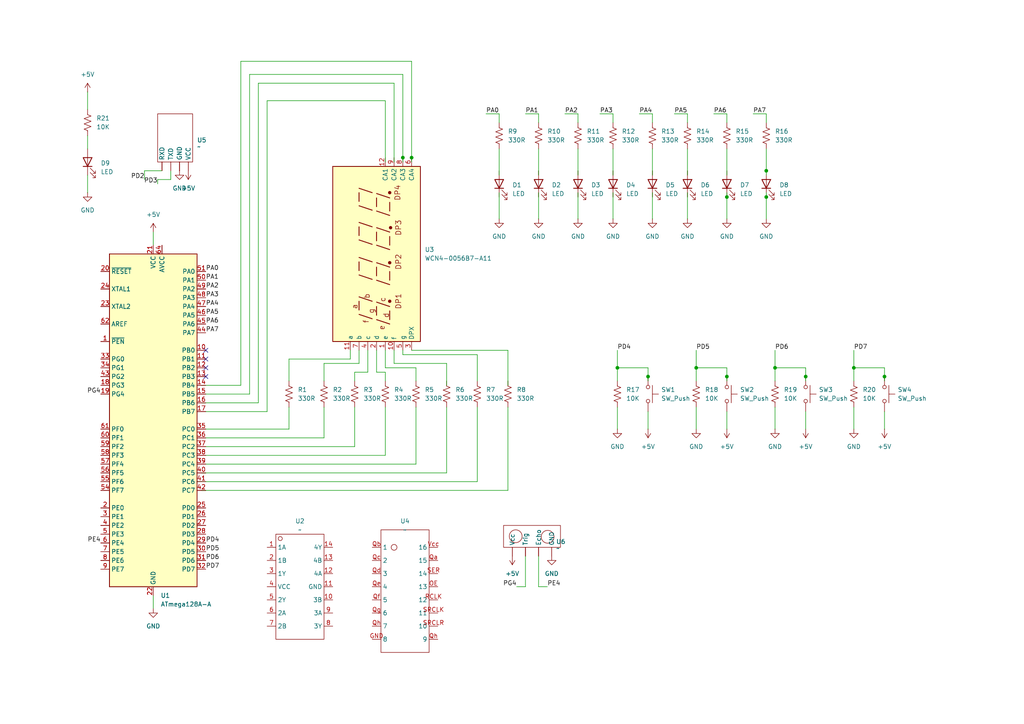
<source format=kicad_sch>
(kicad_sch (version 20250114) (generator "eeschema") (generator_version "9.0")
  (paper "A4")
  (title_block (title "ATmega128A FND_LED_BUTTON Control") (date "2025-3-10") (company "SOO"))
  (lib_symbols
    (symbol "7400_1"
      (property "Reference" "U4" (at 6.985 39.37 0))
      (property "Value" "~" (at 6.985 36.83 0))
      (symbol "7400_1_0_1"
        (rectangle (start 0 36.83) (end 13.97 1.27))
        (circle (center 3.81 31.75) (radius 0.839))
      )
      (symbol "7400_1_1_1"
        (pin tri_state line (at -2.54 31.75 0) (length 2.54) (name "1") (number "Qb"))
        (pin tri_state line (at -2.54 27.94 0) (length 2.54) (name "2") (number "Qc"))
        (pin tri_state line (at -2.54 24.13 0) (length 2.54) (name "3") (number "Qd"))
        (pin tri_state line (at -2.54 20.32 0) (length 2.54) (name "4") (number "Qe"))
        (pin tri_state line (at -2.54 16.51 0) (length 2.54) (name "5") (number "Qf"))
        (pin tri_state line (at -2.54 12.7 0) (length 2.54) (name "6") (number "Qg"))
        (pin tri_state line (at -2.54 8.89 0) (length 2.54) (name "7") (number "Qh"))
        (pin power_in line (at -2.54 5.08 0) (length 2.54) (name "8") (number "GND"))
        (pin power_in line (at 16.51 31.75 180) (length 2.54) (name "16") (number "Vcc"))
        (pin tri_state line (at 16.51 27.94 180) (length 2.54) (name "15") (number "Qa"))
        (pin tri_state line (at 16.51 24.13 180) (length 2.54) (name "14") (number "SER"))
        (pin tri_state line (at 16.51 20.32 180) (length 2.54) (name "13") (number "OE"))
        (pin tri_state line (at 16.51 16.51 180) (length 2.54) (name "12") (number "RCLK"))
        (pin tri_state line (at 16.51 12.7 180) (length 2.54) (name "11") (number "SRCLK"))
        (pin tri_state line (at 16.51 8.89 180) (length 2.54) (name "10") (number "SRCLR"))
        (pin tri_state line (at 16.51 5.08 180) (length 2.54) (name "9") (number "Qh"))
      )
    )
    (symbol "Device:LED" (pin_numbers (hide yes)) (pin_names (offset 1.016) (hide yes))
      (property "Reference" "D" (at 0 2.54 0))
      (property "Value" "LED" (at 0 -2.54 0))
      (symbol "LED_0_1"
        (polyline (pts (xy -3.048 -0.762) (xy -4.572 -2.286) (xy -3.81 -2.286) (xy -4.572 -2.286) (xy -4.572 -1.524)))
        (polyline (pts (xy -1.778 -0.762) (xy -3.302 -2.286) (xy -2.54 -2.286) (xy -3.302 -2.286) (xy -3.302 -1.524)))
        (polyline (pts (xy -1.27 0) (xy 1.27 0)))
        (polyline (pts (xy -1.27 -1.27) (xy -1.27 1.27)) (stroke (width 0.254)))
        (polyline (pts (xy 1.27 -1.27) (xy 1.27 1.27) (xy -1.27 0) (xy 1.27 -1.27)) (stroke (width 0.254)))
      )
      (symbol "LED_1_1"
        (pin passive line (at -3.81 0 0) (length 2.54) (name "K") (number "1"))
        (pin passive line (at 3.81 0 180) (length 2.54) (name "A") (number "2"))
      )
    )
    (symbol "Device:R_US" (pin_numbers (hide yes)) (pin_names (offset 0))
      (property "Reference" "R" (at 2.54 0 90))
      (property "Value" "R_US" (at -2.54 0 90))
      (symbol "R_US_0_1"
        (polyline (pts (xy 0 2.286) (xy 0 2.54)))
        (polyline (pts (xy 0 2.286) (xy 1.016 1.905) (xy 0 1.524) (xy -1.016 1.143) (xy 0 0.762)))
        (polyline (pts (xy 0 0.762) (xy 1.016 0.381) (xy 0 0) (xy -1.016 -0.381) (xy 0 -0.762)))
        (polyline (pts (xy 0 -0.762) (xy 1.016 -1.143) (xy 0 -1.524) (xy -1.016 -1.905) (xy 0 -2.286)))
        (polyline (pts (xy 0 -2.286) (xy 0 -2.54)))
      )
      (symbol "R_US_1_1"
        (pin passive line (at 0 3.81 270) (length 1.27) (name "~") (number "1"))
        (pin passive line (at 0 -3.81 90) (length 1.27) (name "~") (number "2"))
      )
    )
    (symbol "Display_Character:CA56-12CGKWA"
      (property "Reference" "U" (at -24.13 13.97 0))
      (property "Value" "CA56-12CGKWA" (at 17.78 13.97 0))
      (symbol "CA56-12CGKWA_0_0"
        (rectangle (start -25.4 12.7) (end 25.4 -12.7) (stroke (width 0.254)) (fill (type background)))
        (polyline (pts (xy -20.32 -3.81) (xy -19.05 0)) (stroke (width 0.254)))
        (polyline (pts (xy -19.05 -3.81) (xy -16.51 -3.81)) (stroke (width 0.254)))
        (polyline (pts (xy -18.796 1.27) (xy -17.526 5.08)) (stroke (width 0.254)))
        (polyline (pts (xy -17.78 0) (xy -15.24 0)) (stroke (width 0.254)))
        (polyline (pts (xy -16.256 5.08) (xy -13.716 5.08)) (stroke (width 0.254)))
        (polyline (pts (xy -15.24 -3.81) (xy -13.97 0)) (stroke (width 0.254)))
        (polyline (pts (xy -13.716 1.27) (xy -12.446 5.08)) (stroke (width 0.254)))
        (polyline (pts (xy -8.89 -3.81) (xy -7.62 0)) (stroke (width 0.254)))
        (polyline (pts (xy -7.62 -3.81) (xy -5.08 -3.81)) (stroke (width 0.254)))
        (polyline (pts (xy -7.366 1.27) (xy -6.096 5.08)) (stroke (width 0.254)))
        (polyline (pts (xy -6.35 0) (xy -3.81 0)) (stroke (width 0.254)))
        (polyline (pts (xy -4.826 5.08) (xy -2.286 5.08)) (stroke (width 0.254)))
        (polyline (pts (xy -3.81 -3.81) (xy -2.54 0)) (stroke (width 0.254)))
        (polyline (pts (xy -2.286 1.27) (xy -1.016 5.08)) (stroke (width 0.254)))
        (polyline (pts (xy 1.27 -3.81) (xy 2.54 0)) (stroke (width 0.254)))
        (polyline (pts (xy 2.54 -3.81) (xy 5.08 -3.81)) (stroke (width 0.254)))
        (polyline (pts (xy 2.794 1.27) (xy 4.064 5.08)) (stroke (width 0.254)))
        (polyline (pts (xy 3.81 0) (xy 6.35 0)) (stroke (width 0.254)))
        (polyline (pts (xy 5.334 5.08) (xy 7.874 5.08)) (stroke (width 0.254)))
        (polyline (pts (xy 6.35 -3.81) (xy 7.62 0)) (stroke (width 0.254)))
        (polyline (pts (xy 7.874 1.27) (xy 9.144 5.08)) (stroke (width 0.254)))
        (polyline (pts (xy 11.176 -3.81) (xy 12.446 0)) (stroke (width 0.254)))
        (polyline (pts (xy 12.446 -3.81) (xy 14.986 -3.81)) (stroke (width 0.254)))
        (polyline (pts (xy 12.7 1.27) (xy 13.97 5.08)) (stroke (width 0.254)))
        (polyline (pts (xy 13.716 0) (xy 16.256 0)) (stroke (width 0.254)))
        (polyline (pts (xy 15.24 5.08) (xy 17.78 5.08)) (stroke (width 0.254)))
        (polyline (pts (xy 16.256 -3.81) (xy 17.526 0)) (stroke (width 0.254)))
        (polyline (pts (xy 17.78 1.27) (xy 19.05 5.08)) (stroke (width 0.254)))
        (text "e" (at -21.336 -1.524 0) (effects (font (size 1.524 1.524))))
        (text "f" (at -19.558 3.048 0) (effects (font (size 1.524 1.524))))
        (text "d" (at -17.78 -2.794 0) (effects (font (size 1.524 1.524))))
        (text "g" (at -16.51 1.524 0) (effects (font (size 1.524 1.524))))
        (text "a" (at -15.24 6.35 0) (effects (font (size 1.524 1.524))))
        (text "DP1" (at -13.716 -6.35 0) (effects (font (size 1.524 1.524))))
        (text "c" (at -13.208 -1.778 0) (effects (font (size 1.524 1.524))))
        (text "b" (at -12.192 2.794 0) (effects (font (size 1.524 1.524))))
        (text "DP2" (at -2.286 -6.35 0) (effects (font (size 1.524 1.524))))
        (text "DP3" (at 7.62 -6.35 0) (effects (font (size 1.524 1.524))))
        (text "DP4" (at 17.78 -6.096 0) (effects (font (size 1.524 1.524))))
      )
      (symbol "CA56-12CGKWA_0_1"
        (circle (center -13.716 -3.81) (radius 0.3556) (stroke (width 0.254)) (fill (type outline)))
        (circle (center -2.54 -3.81) (radius 0.3556) (stroke (width 0.254)) (fill (type outline)))
      )
      (symbol "CA56-12CGKWA_1_0"
        (circle (center 7.62 -4.064) (radius 0.3556) (stroke (width 0.254)) (fill (type outline)))
        (circle (center 17.78 -3.81) (radius 0.3556) (stroke (width 0.254)) (fill (type outline)))
      )
      (symbol "CA56-12CGKWA_1_1"
        (pin input line (at -27.94 7.62 0) (length 2.54) (name "a") (number "11"))
        (pin input line (at -27.94 5.08 0) (length 2.54) (name "b") (number "7"))
        (pin input line (at -27.94 2.54 0) (length 2.54) (name "c") (number "4"))
        (pin input line (at -27.94 0 0) (length 2.54) (name "d") (number "2"))
        (pin input line (at -27.94 -2.54 0) (length 2.54) (name "e") (number "1"))
        (pin input line (at -27.94 -5.08 0) (length 2.54) (name "f") (number "10"))
        (pin input line (at -27.94 -7.62 0) (length 2.54) (name "g") (number "5"))
        (pin input line (at -27.94 -10.16 0) (length 2.54) (name "DPX") (number "3"))
        (pin input line (at 27.94 -2.54 180) (length 2.54) (name "CA1") (number "12"))
        (pin input line (at 27.94 -5.08 180) (length 2.54) (name "CA2") (number "9"))
        (pin input line (at 27.94 -7.62 180) (length 2.54) (name "CA3") (number "8"))
        (pin input line (at 27.94 -10.16 180) (length 2.54) (name "CA4") (number "6"))
      )
    )
    (symbol "MCU_Microchip_ATmega:ATmega128A-A"
      (property "Reference" "U" (at -12.7 49.53 0))
      (property "Value" "ATmega128A-A" (at 2.54 -49.53 0))
      (symbol "ATmega128A-A_0_1"
        (rectangle (start -12.7 -48.26) (end 12.7 48.26) (stroke (width 0.254)) (fill (type background)))
      )
      (symbol "ATmega128A-A_1_1"
        (pin input line (at -15.24 43.18 0) (length 2.54) (name "~{RESET}") (number "20"))
        (pin input line (at -15.24 38.1 0) (length 2.54) (name "XTAL1") (number "24"))
        (pin output line (at -15.24 33.02 0) (length 2.54) (name "XTAL2") (number "23"))
        (pin passive line (at -15.24 27.94 0) (length 2.54) (name "AREF") (number "62"))
        (pin input line (at -15.24 22.86 0) (length 2.54) (name "~{PEN}") (number "1"))
        (pin bidirectional line (at -15.24 17.78 0) (length 2.54) (name "PG0") (number "33"))
        (pin bidirectional line (at -15.24 15.24 0) (length 2.54) (name "PG1") (number "34"))
        (pin bidirectional line (at -15.24 12.7 0) (length 2.54) (name "PG2") (number "43"))
        (pin bidirectional line (at -15.24 10.16 0) (length 2.54) (name "PG3") (number "18"))
        (pin bidirectional line (at -15.24 7.62 0) (length 2.54) (name "PG4") (number "19"))
        (pin bidirectional line (at -15.24 -2.54 0) (length 2.54) (name "PF0") (number "61"))
        (pin bidirectional line (at -15.24 -5.08 0) (length 2.54) (name "PF1") (number "60"))
        (pin bidirectional line (at -15.24 -7.62 0) (length 2.54) (name "PF2") (number "59"))
        (pin bidirectional line (at -15.24 -10.16 0) (length 2.54) (name "PF3") (number "58"))
        (pin bidirectional line (at -15.24 -12.7 0) (length 2.54) (name "PF4") (number "57"))
        (pin bidirectional line (at -15.24 -15.24 0) (length 2.54) (name "PF5") (number "56"))
        (pin bidirectional line (at -15.24 -17.78 0) (length 2.54) (name "PF6") (number "55"))
        (pin bidirectional line (at -15.24 -20.32 0) (length 2.54) (name "PF7") (number "54"))
        (pin bidirectional line (at -15.24 -25.4 0) (length 2.54) (name "PE0") (number "2"))
        (pin bidirectional line (at -15.24 -27.94 0) (length 2.54) (name "PE1") (number "3"))
        (pin bidirectional line (at -15.24 -30.48 0) (length 2.54) (name "PE2") (number "4"))
        (pin bidirectional line (at -15.24 -33.02 0) (length 2.54) (name "PE3") (number "5"))
        (pin bidirectional line (at -15.24 -35.56 0) (length 2.54) (name "PE4") (number "6"))
        (pin bidirectional line (at -15.24 -38.1 0) (length 2.54) (name "PE5") (number "7"))
        (pin bidirectional line (at -15.24 -40.64 0) (length 2.54) (name "PE6") (number "8"))
        (pin bidirectional line (at -15.24 -43.18 0) (length 2.54) (name "PE7") (number "9"))
        (pin power_in line (at 0 50.8 270) (length 2.54) (name "VCC") (number "21"))
        (pin passive line (at 0 50.8 270) (length 2.54) (hide yes) (name "VCC") (number "52"))
        (pin power_in line (at 0 -50.8 90) (length 2.54) (name "GND") (number "22"))
        (pin passive line (at 0 -50.8 90) (length 2.54) (hide yes) (name "GND") (number "53"))
        (pin passive line (at 0 -50.8 90) (length 2.54) (hide yes) (name "GND") (number "63"))
        (pin power_in line (at 2.54 50.8 270) (length 2.54) (name "AVCC") (number "64"))
        (pin bidirectional line (at 15.24 43.18 180) (length 2.54) (name "PA0") (number "51"))
        (pin bidirectional line (at 15.24 40.64 180) (length 2.54) (name "PA1") (number "50"))
        (pin bidirectional line (at 15.24 38.1 180) (length 2.54) (name "PA2") (number "49"))
        (pin bidirectional line (at 15.24 35.56 180) (length 2.54) (name "PA3") (number "48"))
        (pin bidirectional line (at 15.24 33.02 180) (length 2.54) (name "PA4") (number "47"))
        (pin bidirectional line (at 15.24 30.48 180) (length 2.54) (name "PA5") (number "46"))
        (pin bidirectional line (at 15.24 27.94 180) (length 2.54) (name "PA6") (number "45"))
        (pin bidirectional line (at 15.24 25.4 180) (length 2.54) (name "PA7") (number "44"))
        (pin bidirectional line (at 15.24 20.32 180) (length 2.54) (name "PB0") (number "10"))
        (pin bidirectional line (at 15.24 17.78 180) (length 2.54) (name "PB1") (number "11"))
        (pin bidirectional line (at 15.24 15.24 180) (length 2.54) (name "PB2") (number "12"))
        (pin bidirectional line (at 15.24 12.7 180) (length 2.54) (name "PB3") (number "13"))
        (pin bidirectional line (at 15.24 10.16 180) (length 2.54) (name "PB4") (number "14"))
        (pin bidirectional line (at 15.24 7.62 180) (length 2.54) (name "PB5") (number "15"))
        (pin bidirectional line (at 15.24 5.08 180) (length 2.54) (name "PB6") (number "16"))
        (pin bidirectional line (at 15.24 2.54 180) (length 2.54) (name "PB7") (number "17"))
        (pin bidirectional line (at 15.24 -2.54 180) (length 2.54) (name "PC0") (number "35"))
        (pin bidirectional line (at 15.24 -5.08 180) (length 2.54) (name "PC1") (number "36"))
        (pin bidirectional line (at 15.24 -7.62 180) (length 2.54) (name "PC2") (number "37"))
        (pin bidirectional line (at 15.24 -10.16 180) (length 2.54) (name "PC3") (number "38"))
        (pin bidirectional line (at 15.24 -12.7 180) (length 2.54) (name "PC4") (number "39"))
        (pin bidirectional line (at 15.24 -15.24 180) (length 2.54) (name "PC5") (number "40"))
        (pin bidirectional line (at 15.24 -17.78 180) (length 2.54) (name "PC6") (number "41"))
        (pin bidirectional line (at 15.24 -20.32 180) (length 2.54) (name "PC7") (number "42"))
        (pin bidirectional line (at 15.24 -25.4 180) (length 2.54) (name "PD0") (number "25"))
        (pin bidirectional line (at 15.24 -27.94 180) (length 2.54) (name "PD1") (number "26"))
        (pin bidirectional line (at 15.24 -30.48 180) (length 2.54) (name "PD2") (number "27"))
        (pin bidirectional line (at 15.24 -33.02 180) (length 2.54) (name "PD3") (number "28"))
        (pin bidirectional line (at 15.24 -35.56 180) (length 2.54) (name "PD4") (number "29"))
        (pin bidirectional line (at 15.24 -38.1 180) (length 2.54) (name "PD5") (number "30"))
        (pin bidirectional line (at 15.24 -40.64 180) (length 2.54) (name "PD6") (number "31"))
        (pin bidirectional line (at 15.24 -43.18 180) (length 2.54) (name "PD7") (number "32"))
      )
    )
    (symbol "MY_New_Library.kicad2_sym:Bluetooth"
      (property "Reference" "U5" (at 12.7 13.9701 0))
      (property "Value" "~" (at 12.7 12.065 0))
      (symbol "Bluetooth_0_1"
        (rectangle (start 1.27 21.59) (end 11.43 7.62))
      )
      (symbol "Bluetooth_1_1"
        (pin tri_state line (at 2.54 5.08 90) (length 2.54) (name "RXD") (number ""))
        (pin tri_state line (at 5.08 5.08 90) (length 2.54) (name "TXD") (number ""))
        (pin power_in line (at 7.62 5.08 90) (length 2.54) (name "GND") (number ""))
        (pin power_in line (at 10.16 5.08 90) (length 2.54) (name "VCC") (number ""))
      )
    )
    (symbol "MY_New_Library.kicad2_sym:Ultrasonic_HC-SR04"
      (property "Reference" "U6" (at 13.97 7.9868 0))
      (property "Value" "~" (at 13.97 6.0817 0))
      (symbol "Ultrasonic_HC-SR04_0_1"
        (rectangle (start -1.27 12.7) (end 15.24 6.35))
        (circle (center 2.2531 9.5713) (radius 1.8576))
        (circle (center 11.5168 9.4128) (radius 1.8576))
      )
      (symbol "Ultrasonic_HC-SR04_1_1"
        (pin power_in line (at 1.27 3.81 90) (length 2.54) (name "Vcc") (number ""))
        (pin tri_state line (at 5.08 3.81 90) (length 2.54) (name "Trig") (number ""))
        (pin tri_state line (at 8.89 3.81 90) (length 2.54) (name "Echo") (number ""))
        (pin power_in line (at 12.7 3.81 90) (length 2.54) (name "GND") (number ""))
      )
    )
    (symbol "MY_New_Library:7400"
      (property "Reference" "U" (at -13.97 34.29 0))
      (symbol "7400_0_1"
        (rectangle (start 0 35.56) (end 13.97 5.08))
        (circle (center 1.27 34.29) (radius 0.5861))
      )
      (symbol "7400_1_1"
        (pin tri_state line (at -2.54 31.75 0) (length 2.54) (name "1A") (number "1"))
        (pin tri_state line (at -2.54 27.94 0) (length 2.54) (name "1B") (number "2"))
        (pin tri_state line (at -2.54 24.13 0) (length 2.54) (name "1Y") (number "3"))
        (pin power_in line (at -2.54 20.32 0) (length 2.54) (name "VCC") (number "4"))
        (pin tri_state line (at -2.54 16.51 0) (length 2.54) (name "2Y") (number "5"))
        (pin tri_state line (at -2.54 12.7 0) (length 2.54) (name "2A") (number "6"))
        (pin tri_state line (at -2.54 8.89 0) (length 2.54) (name "2B") (number "7"))
        (pin tri_state line (at 16.51 31.75 180) (length 2.54) (name "4Y") (number "14"))
        (pin tri_state line (at 16.51 27.94 180) (length 2.54) (name "4B") (number "13"))
        (pin tri_state line (at 16.51 24.13 180) (length 2.54) (name "4A") (number "12"))
        (pin power_in line (at 16.51 20.32 180) (length 2.54) (name "GND") (number "11"))
        (pin tri_state line (at 16.51 16.51 180) (length 2.54) (name "3B") (number "10"))
        (pin tri_state line (at 16.51 12.7 180) (length 2.54) (name "3A") (number "9"))
        (pin tri_state line (at 16.51 8.89 180) (length 2.54) (name "3Y") (number "8"))
      )
    )
    (symbol "Switch:SW_Push" (pin_numbers (hide yes)) (pin_names (offset 1.016) (hide yes))
      (property "Reference" "SW" (at 1.27 2.54 0))
      (property "Value" "SW_Push" (at 0 -1.524 0))
      (symbol "SW_Push_0_1"
        (circle (center -2.032 0) (radius 0.508))
        (polyline (pts (xy 0 1.27) (xy 0 3.048)))
        (circle (center 2.032 0) (radius 0.508))
        (polyline (pts (xy 2.54 1.27) (xy -2.54 1.27)))
        (pin passive line (at -5.08 0 0) (length 2.54) (name "1") (number "1"))
        (pin passive line (at 5.08 0 180) (length 2.54) (name "2") (number "2"))
      )
    )
    (symbol "power:+5V" (power) (pin_numbers (hide yes)) (pin_names (offset 0) (hide yes))
      (property "Value" "+5V" (at 0 3.556 0))
      (symbol "+5V_0_1"
        (polyline (pts (xy -0.762 1.27) (xy 0 2.54)))
        (polyline (pts (xy 0 2.54) (xy 0.762 1.27)))
        (polyline (pts (xy 0 0) (xy 0 2.54)))
      )
      (symbol "+5V_1_1"
        (pin power_in line (at 0 0 90) (length 0) (name "~") (number "1"))
      )
    )
    (symbol "power:GND" (power) (pin_numbers (hide yes)) (pin_names (offset 0) (hide yes))
      (property "Value" "GND" (at 0 -3.81 0))
      (symbol "GND_0_1"
        (polyline (pts (xy 0 0) (xy 0 -1.27) (xy 1.27 -1.27) (xy 0 -2.54) (xy -1.27 -1.27) (xy 0 -1.27)))
      )
      (symbol "GND_1_1"
        (pin power_in line (at 0 0 270) (length 0) (name "~") (number "1"))
      )
    )
  )
  (junction (at 116.84 45.72))
  (junction (at 222.25 57.15))
  (junction (at 179.07 106.68))
  (junction (at 119.38 45.72))
  (junction (at 224.79 106.68))
  (junction (at 210.82 57.15))
  (junction (at 256.54 109.22))
  (junction (at 233.68 109.22))
  (junction (at 210.82 109.22))
  (junction (at 222.25 49.53))
  (junction (at 247.65 106.68))
  (junction (at 187.96 109.22))
  (junction (at 201.93 106.68))
  (no_connect (at 59.69 104.14))
  (no_connect (at 59.69 101.6))
  (no_connect (at 59.69 106.68))
  (no_connect (at 59.69 109.22))
  (wire (pts (xy 109.22 107.95) (xy 111.76 107.95)))
  (wire (pts (xy 210.82 119.38) (xy 210.82 124.46)))
  (wire (pts (xy 77.47 119.38) (xy 77.47 29.21)))
  (wire (pts (xy 102.87 118.11) (xy 102.87 129.54)))
  (wire (pts (xy 233.68 119.38) (xy 233.68 124.46)))
  (wire (pts (xy 111.76 29.21) (xy 111.76 46.99)))
  (wire (pts (xy 189.23 43.18) (xy 189.23 50.8)))
  (wire (pts (xy 44.45 172.72) (xy 44.45 176.53)))
  (wire (pts (xy 74.93 24.13) (xy 114.3 24.13)))
  (wire (pts (xy 59.69 114.3) (xy 72.39 114.3)))
  (wire (pts (xy 57.15 139.7) (xy 138.43 139.7)))
  (wire (pts (xy 201.93 101.6) (xy 201.93 106.68)))
  (wire (pts (xy 77.47 29.21) (xy 111.76 29.21)))
  (wire (pts (xy 201.93 106.68) (xy 210.82 106.68)))
  (wire (pts (xy 129.54 105.41) (xy 129.54 111.76)))
  (wire (pts (xy 222.25 49.53) (xy 222.25 50.8)))
  (wire (pts (xy 187.96 106.68) (xy 187.96 109.22)))
  (wire (pts (xy 116.84 101.6) (xy 116.84 102.87)))
  (wire (pts (xy 41.91 49.53) (xy 41.91 52.07)))
  (wire (pts (xy 187.96 119.38) (xy 187.96 124.46)))
  (wire (pts (xy 163.83 33.02) (xy 167.64 33.02)))
  (wire (pts (xy 177.8 55.88) (xy 177.8 63.5)))
  (wire (pts (xy 45.72 52.07) (xy 45.72 53.34)))
  (wire (pts (xy 114.3 105.41) (xy 129.54 105.41)))
  (wire (pts (xy 138.43 139.7) (xy 138.43 118.11)))
  (wire (pts (xy 119.38 45.72) (xy 119.38 46.99)))
  (wire (pts (xy 199.39 55.88) (xy 199.39 63.5)))
  (wire (pts (xy 167.64 43.18) (xy 167.64 50.8)))
  (wire (pts (xy 25.4 39.37) (xy 25.4 43.18)))
  (wire (pts (xy 256.54 106.68) (xy 256.54 109.22)))
  (wire (pts (xy 189.23 55.88) (xy 189.23 63.5)))
  (wire (pts (xy 116.84 102.87) (xy 138.43 102.87)))
  (wire (pts (xy 199.39 43.18) (xy 199.39 50.8)))
  (wire (pts (xy 224.79 106.68) (xy 224.79 110.49)))
  (wire (pts (xy 152.4 161.29) (xy 152.4 170.18)))
  (wire (pts (xy 224.79 106.68) (xy 233.68 106.68)))
  (wire (pts (xy 173.99 33.02) (xy 177.8 33.02)))
  (wire (pts (xy 25.4 26.67) (xy 25.4 31.75)))
  (wire (pts (xy 177.8 43.18) (xy 177.8 50.8)))
  (wire (pts (xy 58.42 137.16) (xy 129.54 137.16)))
  (wire (pts (xy 185.42 33.02) (xy 189.23 33.02)))
  (wire (pts (xy 111.76 106.68) (xy 120.65 106.68)))
  (wire (pts (xy 247.65 106.68) (xy 256.54 106.68)))
  (wire (pts (xy 210.82 109.22) (xy 210.82 110.49)))
  (wire (pts (xy 120.65 106.68) (xy 120.65 110.49)))
  (wire (pts (xy 156.21 43.18) (xy 156.21 50.8)))
  (wire (pts (xy 49.53 49.53) (xy 49.53 52.07)))
  (wire (pts (xy 222.25 33.02) (xy 222.25 35.56)))
  (wire (pts (xy 179.07 101.6) (xy 179.07 106.68)))
  (wire (pts (xy 177.8 33.02) (xy 177.8 35.56)))
  (wire (pts (xy 46.99 49.53) (xy 41.91 49.53)))
  (wire (pts (xy 106.68 101.6) (xy 106.68 107.95)))
  (wire (pts (xy 167.64 55.88) (xy 167.64 63.5)))
  (wire (pts (xy 109.22 101.6) (xy 109.22 107.95)))
  (wire (pts (xy 222.25 55.88) (xy 222.25 57.15)))
  (wire (pts (xy 101.6 104.14) (xy 83.82 104.14)))
  (wire (pts (xy 102.87 107.95) (xy 102.87 110.49)))
  (wire (pts (xy 138.43 102.87) (xy 138.43 110.49)))
  (wire (pts (xy 233.68 109.22) (xy 233.68 110.49)))
  (wire (pts (xy 69.85 111.76) (xy 69.85 17.78)))
  (wire (pts (xy 224.79 101.6) (xy 224.79 106.68)))
  (wire (pts (xy 233.68 106.68) (xy 233.68 109.22)))
  (wire (pts (xy 116.84 21.59) (xy 116.84 45.72)))
  (wire (pts (xy 72.39 114.3) (xy 72.39 21.59)))
  (wire (pts (xy 59.69 129.54) (xy 102.87 129.54)))
  (wire (pts (xy 210.82 57.15) (xy 210.82 63.5)))
  (wire (pts (xy 111.76 107.95) (xy 111.76 110.49)))
  (wire (pts (xy 147.32 142.24) (xy 147.32 118.11)))
  (wire (pts (xy 25.4 50.8) (xy 25.4 55.88)))
  (wire (pts (xy 59.69 127) (xy 93.98 127)))
  (wire (pts (xy 179.07 106.68) (xy 179.07 110.49)))
  (wire (pts (xy 210.82 55.88) (xy 210.82 57.15)))
  (wire (pts (xy 156.21 55.88) (xy 156.21 63.5)))
  (wire (pts (xy 83.82 118.11) (xy 83.82 124.46)))
  (wire (pts (xy 120.65 118.11) (xy 120.65 134.62)))
  (wire (pts (xy 49.53 52.07) (xy 45.72 52.07)))
  (wire (pts (xy 59.69 124.46) (xy 83.82 124.46)))
  (wire (pts (xy 144.78 33.02) (xy 144.78 35.56)))
  (wire (pts (xy 210.82 43.18) (xy 210.82 50.8)))
  (wire (pts (xy 207.01 33.02) (xy 210.82 33.02)))
  (wire (pts (xy 93.98 105.41) (xy 93.98 110.49)))
  (wire (pts (xy 59.69 119.38) (xy 77.47 119.38)))
  (wire (pts (xy 69.85 17.78) (xy 119.38 17.78)))
  (wire (pts (xy 58.42 116.84) (xy 74.93 116.84)))
  (wire (pts (xy 74.93 116.84) (xy 74.93 24.13)))
  (wire (pts (xy 256.54 119.38) (xy 256.54 124.46)))
  (wire (pts (xy 179.07 118.11) (xy 179.07 124.46)))
  (wire (pts (xy 101.6 101.6) (xy 101.6 104.14)))
  (wire (pts (xy 195.58 33.02) (xy 199.39 33.02)))
  (wire (pts (xy 149.86 170.18) (xy 152.4 170.18)))
  (wire (pts (xy 111.76 101.6) (xy 111.76 106.68)))
  (wire (pts (xy 72.39 21.59) (xy 116.84 21.59)))
  (wire (pts (xy 114.3 24.13) (xy 114.3 46.99)))
  (wire (pts (xy 114.3 101.6) (xy 114.3 105.41)))
  (wire (pts (xy 247.65 101.6) (xy 247.65 106.68)))
  (wire (pts (xy 247.65 106.68) (xy 247.65 110.49)))
  (wire (pts (xy 93.98 118.11) (xy 93.98 127)))
  (wire (pts (xy 187.96 109.22) (xy 187.96 110.49)))
  (wire (pts (xy 129.54 118.11) (xy 129.54 137.16)))
  (wire (pts (xy 222.25 43.18) (xy 222.25 49.53)))
  (wire (pts (xy 140.97 33.02) (xy 144.78 33.02)))
  (wire (pts (xy 58.42 142.24) (xy 147.32 142.24)))
  (wire (pts (xy 167.64 33.02) (xy 167.64 35.56)))
  (wire (pts (xy 222.25 57.15) (xy 222.25 63.5)))
  (wire (pts (xy 144.78 55.88) (xy 144.78 63.5)))
  (wire (pts (xy 58.42 111.76) (xy 69.85 111.76)))
  (wire (pts (xy 247.65 118.11) (xy 247.65 124.46)))
  (wire (pts (xy 179.07 106.68) (xy 187.96 106.68)))
  (wire (pts (xy 106.68 107.95) (xy 102.87 107.95)))
  (wire (pts (xy 119.38 101.6) (xy 147.32 101.6)))
  (wire (pts (xy 201.93 106.68) (xy 201.93 110.49)))
  (wire (pts (xy 59.69 132.08) (xy 111.76 132.08)))
  (wire (pts (xy 256.54 109.22) (xy 256.54 110.49)))
  (wire (pts (xy 199.39 33.02) (xy 199.39 35.56)))
  (wire (pts (xy 156.21 33.02) (xy 156.21 35.56)))
  (wire (pts (xy 59.69 134.62) (xy 120.65 134.62)))
  (wire (pts (xy 152.4 33.02) (xy 156.21 33.02)))
  (wire (pts (xy 144.78 43.18) (xy 144.78 50.8)))
  (wire (pts (xy 147.32 101.6) (xy 147.32 111.76)))
  (wire (pts (xy 83.82 104.14) (xy 83.82 110.49)))
  (wire (pts (xy 210.82 106.68) (xy 210.82 109.22)))
  (wire (pts (xy 156.21 161.29) (xy 156.21 170.18)))
  (wire (pts (xy 156.21 170.18) (xy 158.75 170.18)))
  (wire (pts (xy 224.79 118.11) (xy 224.79 124.46)))
  (wire (pts (xy 201.93 118.11) (xy 201.93 124.46)))
  (wire (pts (xy 218.44 33.02) (xy 222.25 33.02)))
  (wire (pts (xy 104.14 101.6) (xy 104.14 105.41)))
  (wire (pts (xy 119.38 17.78) (xy 119.38 45.72)))
  (wire (pts (xy 116.84 45.72) (xy 116.84 46.99)))
  (wire (pts (xy 44.45 67.31) (xy 44.45 71.12)))
  (wire (pts (xy 210.82 33.02) (xy 210.82 35.56)))
  (wire (pts (xy 189.23 33.02) (xy 189.23 35.56)))
  (wire (pts (xy 111.76 118.11) (xy 111.76 132.08)))
  (wire (pts (xy 104.14 105.41) (xy 93.98 105.41)))
  (label "PA3" (at 59.69 86.36 0))
  (label "PA6" (at 207.01 33.02 0))
  (label "PE4" (at 158.75 170.18 0))
  (label "PA3" (at 173.99 33.02 0))
  (label "PA6" (at 59.69 93.98 0))
  (label "PD7" (at 247.65 101.6 0))
  (label "PA0" (at 140.97 33.02 0))
  (label "PD6" (at 59.69 162.56 0))
  (label "PA1" (at 152.4 33.02 0))
  (label "PG4" (at 149.86 170.18 180))
  (label "PD4" (at 179.07 101.6 0))
  (label "PD4" (at 59.69 157.48 0))
  (label "PA7" (at 218.44 33.02 0))
  (label "PD5" (at 201.93 101.6 0))
  (label "PA0" (at 59.69 78.74 0))
  (label "PA4" (at 59.69 88.9 0))
  (label "PE4" (at 29.21 157.48 180))
  (label "PA2" (at 163.83 33.02 0))
  (label "PD7" (at 59.69 165.1 0))
  (label "PA2" (at 59.69 83.82 0))
  (label "PD5" (at 59.69 160.02 0))
  (label "PA4" (at 185.42 33.02 0))
  (label "PA7" (at 59.69 96.52 0))
  (label "PG4" (at 29.21 114.3 180))
  (label "PA5" (at 195.58 33.02 0))
  (label "PA5" (at 59.69 91.44 0))
  (label "PA1" (at 59.69 81.28 0))
  (label "PD3" (at 45.72 53.34 180))
  (label "PD2" (at 41.91 52.07 180))
  (label "PD6" (at 224.79 101.6 0))
  (symbol (lib_id "MY_New_Library:7400") (at 80.01 190.5 0) (unit 1)
    (property "Reference" "U2" (at 86.995 151.13 0))
    (property "Value" "~" (at 86.995 153.67 0))
  )
  (symbol (lib_id "power:GND") (at 177.8 63.5 0) (unit 1)
    (property "Reference" "#PWR06" (effects (hide yes)))
    (property "Value" "GND" (at 177.8 68.58 0))
    (property "Description" "Power symbol creates a global label with name \"GND\" , ground" (effects (hide yes)))
  )
  (symbol (lib_id "power:GND") (at 44.45 176.53 0) (unit 1)
    (property "Reference" "#PWR01" (effects (hide yes)))
    (property "Value" "GND" (at 44.45 181.61 0))
    (property "Description" "Power symbol creates a global label with name \"GND\" , ground" (effects (hide yes)))
  )
  (symbol (lib_id "Switch:SW_Push") (at 187.96 114.3 270) (unit 1)
    (property "Reference" "SW1" (at 191.77 113.0299 90) (effects (justify left)))
    (property "Value" "SW_Push" (at 191.77 115.5699 90) (effects (justify left)))
    (property "Description" "Push button switch, generic, two pins" (effects (hide yes)))
  )
  (symbol (lib_id "Device:R_US") (at 120.65 114.3 0) (unit 1)
    (property "Reference" "R5" (at 123.19 113.0299 0) (effects (justify left)))
    (property "Value" "330R" (at 123.19 115.5699 0) (effects (justify left)))
    (property "Description" "Resistor, US symbol" (effects (hide yes)))
  )
  (symbol (lib_id "Device:LED") (at 156.21 53.34 90) (unit 1)
    (property "Reference" "D2" (at 160.02 53.6574 90) (effects (justify right)))
    (property "Value" "LED" (at 160.02 56.1974 90) (effects (justify right)))
    (property "Description" "Light emitting diode" (effects (hide yes)))
    (property "Sim.Pins" "1=K 2=A" (effects (hide yes)))
  )
  (symbol (lib_id "power:GND") (at 189.23 63.5 0) (unit 1)
    (property "Reference" "#PWR07" (effects (hide yes)))
    (property "Value" "GND" (at 189.23 68.58 0))
    (property "Description" "Power symbol creates a global label with name \"GND\" , ground" (effects (hide yes)))
  )
  (symbol (lib_id "Device:LED") (at 210.82 53.34 90) (unit 1)
    (property "Reference" "D7" (at 214.63 53.6574 90) (effects (justify right)))
    (property "Value" "LED" (at 214.63 56.1974 90) (effects (justify right)))
    (property "Description" "Light emitting diode" (effects (hide yes)))
    (property "Sim.Pins" "1=K 2=A" (effects (hide yes)))
  )
  (symbol (lib_id "MY_New_Library.kicad2_sym:Bluetooth") (at 44.45 54.61 0) (unit 1)
    (property "Reference" "U5" (at 57.15 40.6399 0) (effects (justify left)))
    (property "Value" "~" (at 57.15 42.545 0) (effects (justify left)))
  )
  (symbol (lib_id "Device:R_US") (at 224.79 114.3 0) (unit 1)
    (property "Reference" "R19" (at 227.33 113.0299 0) (effects (justify left)))
    (property "Value" "10K" (at 227.33 115.5699 0) (effects (justify left)))
    (property "Description" "Resistor, US symbol" (effects (hide yes)))
  )
  (symbol (lib_id "Device:LED") (at 189.23 53.34 90) (unit 1)
    (property "Reference" "D5" (at 193.04 53.6574 90) (effects (justify right)))
    (property "Value" "LED" (at 193.04 56.1974 90) (effects (justify right)))
    (property "Description" "Light emitting diode" (effects (hide yes)))
    (property "Sim.Pins" "1=K 2=A" (effects (hide yes)))
  )
  (symbol (lib_id "Device:LED") (at 167.64 53.34 90) (unit 1)
    (property "Reference" "D3" (at 171.45 53.6574 90) (effects (justify right)))
    (property "Value" "LED" (at 171.45 56.1974 90) (effects (justify right)))
    (property "Description" "Light emitting diode" (effects (hide yes)))
    (property "Sim.Pins" "1=K 2=A" (effects (hide yes)))
  )
  (symbol (lib_id "Device:R_US") (at 25.4 35.56 0) (unit 1)
    (property "Reference" "R21" (at 27.94 34.2899 0) (effects (justify left)))
    (property "Value" "10K" (at 27.94 36.8299 0) (effects (justify left)))
    (property "Description" "Resistor, US symbol" (effects (hide yes)))
  )
  (symbol (lib_id "Device:R_US") (at 156.21 39.37 0) (unit 1)
    (property "Reference" "R10" (at 158.75 38.0999 0) (effects (justify left)))
    (property "Value" "330R" (at 158.75 40.6399 0) (effects (justify left)))
    (property "Description" "Resistor, US symbol" (effects (hide yes)))
  )
  (symbol (lib_id "power:+5V") (at 233.68 124.46 0) (mirror x) (unit 1)
    (property "Reference" "#PWR016" (effects (hide yes)))
    (property "Value" "+5V" (at 233.68 129.54 0))
    (property "Description" "Power symbol creates a global label with name \"+5V\"" (effects (hide yes)))
  )
  (symbol (lib_id "Display_Character:CA56-12CGKWA") (at 109.22 73.66 90) (unit 1)
    (property "Reference" "U3" (at 123.19 72.3899 90) (effects (justify right)))
    (property "Value" "WCN4-0056B7-A11" (at 123.19 74.9299 90) (effects (justify right)))
    (property "Footprint" "Display_7Segment:CA56-12CGKWA" (effects (hide yes)))
    (property "Datasheet" "http://www.kingbright.com/attachments/file/psearch/000/00/00/CA56-12CGKWA(Ver.9A).pdf" (effects (hide yes)))
    (property "Description" "4 digit 7 segment Green LED, common anode" (effects (hide yes)))
  )
  (symbol (lib_id "Device:R_US") (at 144.78 39.37 0) (unit 1)
    (property "Reference" "R9" (at 147.32 38.0999 0) (effects (justify left)))
    (property "Value" "330R" (at 147.32 40.6399 0) (effects (justify left)))
    (property "Description" "Resistor, US symbol" (effects (hide yes)))
  )
  (symbol (lib_id "power:GND") (at 201.93 124.46 0) (unit 1)
    (property "Reference" "#PWR013" (effects (hide yes)))
    (property "Value" "GND" (at 201.93 129.54 0))
    (property "Description" "Power symbol creates a global label with name \"GND\" , ground" (effects (hide yes)))
  )
  (symbol (lib_id "Switch:SW_Push") (at 210.82 114.3 270) (unit 1)
    (property "Reference" "SW2" (at 214.63 113.0299 90) (effects (justify left)))
    (property "Value" "SW_Push" (at 214.63 115.5699 90) (effects (justify left)))
    (property "Description" "Push button switch, generic, two pins" (effects (hide yes)))
  )
  (symbol (lib_name "7400_1") (lib_id "MY_New_Library:7400") (at 110.49 190.5 0) (unit 1)
    (property "Reference" "U4" (at 117.475 151.13 0))
    (property "Value" "~" (at 117.475 153.67 0))
  )
  (symbol (lib_id "Device:R_US") (at 111.76 114.3 0) (unit 1)
    (property "Reference" "R4" (at 114.3 113.0299 0) (effects (justify left)))
    (property "Value" "330R" (at 114.3 115.5699 0) (effects (justify left)))
    (property "Description" "Resistor, US symbol" (effects (hide yes)))
  )
  (symbol (lib_id "Device:R_US") (at 167.64 39.37 0) (unit 1)
    (property "Reference" "R11" (at 170.18 38.0999 0) (effects (justify left)))
    (property "Value" "330R" (at 170.18 40.6399 0) (effects (justify left)))
    (property "Description" "Resistor, US symbol" (effects (hide yes)))
  )
  (symbol (lib_id "Device:R_US") (at 93.98 114.3 0) (unit 1)
    (property "Reference" "R2" (at 96.52 113.0299 0) (effects (justify left)))
    (property "Value" "330R" (at 96.52 115.5699 0) (effects (justify left)))
    (property "Description" "Resistor, US symbol" (effects (hide yes)))
  )
  (symbol (lib_id "Device:LED") (at 144.78 53.34 90) (unit 1)
    (property "Reference" "D1" (at 148.59 53.6574 90) (effects (justify right)))
    (property "Value" "LED" (at 148.59 56.1974 90) (effects (justify right)))
    (property "Description" "Light emitting diode" (effects (hide yes)))
    (property "Sim.Pins" "1=K 2=A" (effects (hide yes)))
  )
  (symbol (lib_id "power:GND") (at 52.07 49.53 0) (unit 1)
    (property "Reference" "#PWR023" (effects (hide yes)))
    (property "Value" "GND" (at 52.07 54.61 0))
    (property "Description" "Power symbol creates a global label with name \"GND\" , ground" (effects (hide yes)))
  )
  (symbol (lib_id "Switch:SW_Push") (at 233.68 114.3 270) (unit 1)
    (property "Reference" "SW3" (at 237.49 113.0299 90) (effects (justify left)))
    (property "Value" "SW_Push" (at 237.49 115.5699 90) (effects (justify left)))
    (property "Description" "Push button switch, generic, two pins" (effects (hide yes)))
  )
  (symbol (lib_id "Device:R_US") (at 129.54 114.3 0) (unit 1)
    (property "Reference" "R6" (at 132.08 113.0299 0) (effects (justify left)))
    (property "Value" "330R" (at 132.08 115.5699 0) (effects (justify left)))
    (property "Description" "Resistor, US symbol" (effects (hide yes)))
  )
  (symbol (lib_id "power:GND") (at 144.78 63.5 0) (unit 1)
    (property "Reference" "#PWR03" (effects (hide yes)))
    (property "Value" "GND" (at 144.78 68.58 0))
    (property "Description" "Power symbol creates a global label with name \"GND\" , ground" (effects (hide yes)))
  )
  (symbol (lib_id "Device:R_US") (at 247.65 114.3 0) (unit 1)
    (property "Reference" "R20" (at 250.19 113.0299 0) (effects (justify left)))
    (property "Value" "10K" (at 250.19 115.5699 0) (effects (justify left)))
    (property "Description" "Resistor, US symbol" (effects (hide yes)))
  )
  (symbol (lib_id "power:+5V") (at 210.82 124.46 0) (mirror x) (unit 1)
    (property "Reference" "#PWR014" (effects (hide yes)))
    (property "Value" "+5V" (at 210.82 129.54 0))
    (property "Description" "Power symbol creates a global label with name \"+5V\"" (effects (hide yes)))
  )
  (symbol (lib_id "power:GND") (at 25.4 55.88 0) (unit 1)
    (property "Reference" "#PWR019" (effects (hide yes)))
    (property "Value" "GND" (at 25.4 60.96 0))
    (property "Description" "Power symbol creates a global label with name \"GND\" , ground" (effects (hide yes)))
  )
  (symbol (lib_id "Device:R_US") (at 189.23 39.37 0) (unit 1)
    (property "Reference" "R13" (at 191.77 38.0999 0) (effects (justify left)))
    (property "Value" "330R" (at 191.77 40.6399 0) (effects (justify left)))
    (property "Description" "Resistor, US symbol" (effects (hide yes)))
  )
  (symbol (lib_id "Device:LED") (at 177.8 53.34 90) (unit 1)
    (property "Reference" "D4" (at 181.61 53.6574 90) (effects (justify right)))
    (property "Value" "LED" (at 181.61 56.1974 90) (effects (justify right)))
    (property "Description" "Light emitting diode" (effects (hide yes)))
    (property "Sim.Pins" "1=K 2=A" (effects (hide yes)))
  )
  (symbol (lib_id "Device:R_US") (at 222.25 39.37 0) (unit 1)
    (property "Reference" "R16" (at 224.79 38.0999 0) (effects (justify left)))
    (property "Value" "330R" (at 224.79 40.6399 0) (effects (justify left)))
    (property "Description" "Resistor, US symbol" (effects (hide yes)))
  )
  (symbol (lib_id "power:+5V") (at 25.4 26.67 0) (unit 1)
    (property "Reference" "#PWR020" (effects (hide yes)))
    (property "Value" "+5V" (at 25.4 21.59 0))
    (property "Description" "Power symbol creates a global label with name \"+5V\"" (effects (hide yes)))
  )
  (symbol (lib_id "power:GND") (at 167.64 63.5 0) (unit 1)
    (property "Reference" "#PWR05" (effects (hide yes)))
    (property "Value" "GND" (at 167.64 68.58 0))
    (property "Description" "Power symbol creates a global label with name \"GND\" , ground" (effects (hide yes)))
  )
  (symbol (lib_id "power:GND") (at 247.65 124.46 0) (unit 1)
    (property "Reference" "#PWR017" (effects (hide yes)))
    (property "Value" "GND" (at 247.65 129.54 0))
    (property "Description" "Power symbol creates a global label with name \"GND\" , ground" (effects (hide yes)))
  )
  (symbol (lib_id "Device:R_US") (at 177.8 39.37 0) (unit 1)
    (property "Reference" "R12" (at 180.34 38.0999 0) (effects (justify left)))
    (property "Value" "330R" (at 180.34 40.6399 0) (effects (justify left)))
    (property "Description" "Resistor, US symbol" (effects (hide yes)))
  )
  (symbol (lib_id "power:GND") (at 222.25 63.5 0) (unit 1)
    (property "Reference" "#PWR010" (effects (hide yes)))
    (property "Value" "GND" (at 222.25 68.58 0))
    (property "Description" "Power symbol creates a global label with name \"GND\" , ground" (effects (hide yes)))
  )
  (symbol (lib_id "power:GND") (at 160.02 161.29 0) (unit 1)
    (property "Reference" "#PWR022" (effects (hide yes)))
    (property "Value" "GND" (at 160.02 166.37 0))
    (property "Description" "Power symbol creates a global label with name \"GND\" , ground" (effects (hide yes)))
  )
  (symbol (lib_id "power:GND") (at 210.82 63.5 0) (unit 1)
    (property "Reference" "#PWR09" (effects (hide yes)))
    (property "Value" "GND" (at 210.82 68.58 0))
    (property "Description" "Power symbol creates a global label with name \"GND\" , ground" (effects (hide yes)))
  )
  (symbol (lib_id "power:+5V") (at 256.54 124.46 0) (mirror x) (unit 1)
    (property "Reference" "#PWR018" (effects (hide yes)))
    (property "Value" "+5V" (at 256.54 129.54 0))
    (property "Description" "Power symbol creates a global label with name \"+5V\"" (effects (hide yes)))
  )
  (symbol (lib_id "power:+5V") (at 54.61 49.53 180) (unit 1)
    (property "Reference" "#PWR024" (effects (hide yes)))
    (property "Value" "+5V" (at 54.61 54.61 0))
    (property "Description" "Power symbol creates a global label with name \"+5V\"" (effects (hide yes)))
  )
  (symbol (lib_id "Device:R_US") (at 201.93 114.3 0) (unit 1)
    (property "Reference" "R18" (at 204.47 113.0299 0) (effects (justify left)))
    (property "Value" "10K" (at 204.47 115.5699 0) (effects (justify left)))
    (property "Description" "Resistor, US symbol" (effects (hide yes)))
  )
  (symbol (lib_id "power:GND") (at 224.79 124.46 0) (unit 1)
    (property "Reference" "#PWR015" (effects (hide yes)))
    (property "Value" "GND" (at 224.79 129.54 0))
    (property "Description" "Power symbol creates a global label with name \"GND\" , ground" (effects (hide yes)))
  )
  (symbol (lib_id "power:+5V") (at 44.45 67.31 0) (unit 1)
    (property "Reference" "#PWR02" (effects (hide yes)))
    (property "Value" "+5V" (at 44.45 62.23 0))
    (property "Description" "Power symbol creates a global label with name \"+5V\"" (effects (hide yes)))
  )
  (symbol (lib_id "power:+5V") (at 187.96 124.46 0) (mirror x) (unit 1)
    (property "Reference" "#PWR012" (effects (hide yes)))
    (property "Value" "+5V" (at 187.96 129.54 0))
    (property "Description" "Power symbol creates a global label with name \"+5V\"" (effects (hide yes)))
  )
  (symbol (lib_id "Switch:SW_Push") (at 256.54 114.3 270) (unit 1)
    (property "Reference" "SW4" (at 260.35 113.0299 90) (effects (justify left)))
    (property "Value" "SW_Push" (at 260.35 115.5699 90) (effects (justify left)))
    (property "Description" "Push button switch, generic, two pins" (effects (hide yes)))
  )
  (symbol (lib_id "Device:R_US") (at 199.39 39.37 0) (unit 1)
    (property "Reference" "R14" (at 201.93 38.0999 0) (effects (justify left)))
    (property "Value" "330R" (at 201.93 40.6399 0) (effects (justify left)))
    (property "Description" "Resistor, US symbol" (effects (hide yes)))
  )
  (symbol (lib_id "Device:LED") (at 222.25 53.34 90) (unit 1)
    (property "Reference" "D8" (at 226.06 53.6574 90) (effects (justify right)))
    (property "Value" "LED" (at 226.06 56.1974 90) (effects (justify right)))
    (property "Description" "Light emitting diode" (effects (hide yes)))
    (property "Sim.Pins" "1=K 2=A" (effects (hide yes)))
  )
  (symbol (lib_id "Device:LED") (at 199.39 53.34 90) (unit 1)
    (property "Reference" "D6" (at 203.2 53.6574 90) (effects (justify right)))
    (property "Value" "LED" (at 203.2 56.1974 90) (effects (justify right)))
    (property "Description" "Light emitting diode" (effects (hide yes)))
    (property "Sim.Pins" "1=K 2=A" (effects (hide yes)))
  )
  (symbol (lib_id "Device:R_US") (at 138.43 114.3 0) (unit 1)
    (property "Reference" "R7" (at 140.97 113.0299 0) (effects (justify left)))
    (property "Value" "330R" (at 140.97 115.5699 0) (effects (justify left)))
    (property "Description" "Resistor, US symbol" (effects (hide yes)))
  )
  (symbol (lib_id "power:+5V") (at 148.59 161.29 180) (unit 1)
    (property "Reference" "#PWR021" (effects (hide yes)))
    (property "Value" "+5V" (at 148.59 166.37 0))
    (property "Description" "Power symbol creates a global label with name \"+5V\"" (effects (hide yes)))
  )
  (symbol (lib_id "Device:R_US") (at 102.87 114.3 0) (unit 1)
    (property "Reference" "R3" (at 105.41 113.0299 0) (effects (justify left)))
    (property "Value" "330R" (at 105.41 115.5699 0) (effects (justify left)))
    (property "Description" "Resistor, US symbol" (effects (hide yes)))
  )
  (symbol (lib_id "Device:R_US") (at 83.82 114.3 0) (unit 1)
    (property "Reference" "R1" (at 86.36 113.0299 0) (effects (justify left)))
    (property "Value" "330R" (at 86.36 115.5699 0) (effects (justify left)))
    (property "Description" "Resistor, US symbol" (effects (hide yes)))
  )
  (symbol (lib_id "Device:R_US") (at 147.32 114.3 0) (unit 1)
    (property "Reference" "R8" (at 149.86 113.0299 0) (effects (justify left)))
    (property "Value" "330R" (at 149.86 115.5699 0) (effects (justify left)))
    (property "Description" "Resistor, US symbol" (effects (hide yes)))
  )
  (symbol (lib_id "Device:R_US") (at 210.82 39.37 0) (unit 1)
    (property "Reference" "R15" (at 213.36 38.0999 0) (effects (justify left)))
    (property "Value" "330R" (at 213.36 40.6399 0) (effects (justify left)))
    (property "Description" "Resistor, US symbol" (effects (hide yes)))
  )
  (symbol (lib_id "Device:R_US") (at 179.07 114.3 0) (unit 1)
    (property "Reference" "R17" (at 181.61 113.0299 0) (effects (justify left)))
    (property "Value" "10K" (at 181.61 115.5699 0) (effects (justify left)))
    (property "Description" "Resistor, US symbol" (effects (hide yes)))
  )
  (symbol (lib_id "power:GND") (at 156.21 63.5 0) (unit 1)
    (property "Reference" "#PWR04" (effects (hide yes)))
    (property "Value" "GND" (at 156.21 68.58 0))
    (property "Description" "Power symbol creates a global label with name \"GND\" , ground" (effects (hide yes)))
  )
  (symbol (lib_id "power:GND") (at 179.07 124.46 0) (unit 1)
    (property "Reference" "#PWR011" (effects (hide yes)))
    (property "Value" "GND" (at 179.07 129.54 0))
    (property "Description" "Power symbol creates a global label with name \"GND\" , ground" (effects (hide yes)))
  )
  (symbol (lib_id "Device:LED") (at 25.4 46.99 90) (unit 1)
    (property "Reference" "D9" (at 29.21 47.3074 90) (effects (justify right)))
    (property "Value" "LED" (at 29.21 49.8474 90) (effects (justify right)))
    (property "Description" "Light emitting diode" (effects (hide yes)))
    (property "Sim.Pins" "1=K 2=A" (effects (hide yes)))
  )
  (symbol (lib_id "MY_New_Library.kicad2_sym:Ultrasonic_HC-SR04") (at 147.32 165.1 0) (unit 1)
    (property "Reference" "U6" (at 161.29 157.1132 0) (effects (justify left)))
    (property "Value" "~" (at 161.29 159.0183 0) (effects (justify left)))
  )
  (symbol (lib_id "power:GND") (at 199.39 63.5 0) (unit 1)
    (property "Reference" "#PWR08" (effects (hide yes)))
    (property "Value" "GND" (at 199.39 68.58 0))
    (property "Description" "Power symbol creates a global label with name \"GND\" , ground" (effects (hide yes)))
  )
  (symbol (lib_id "MCU_Microchip_ATmega:ATmega128A-A") (at 44.45 121.92 0) (unit 1)
    (property "Reference" "U1" (at 46.5933 172.72 0) (effects (justify left)))
    (property "Value" "ATmega128A-A" (at 46.5933 175.26 0) (effects (justify left)))
    (property "Footprint" "Package_QFP:TQFP-64_14x14mm_P0.8mm" (effects (hide yes)))
    (property "Datasheet" "http://ww1.microchip.com/downloads/en/DeviceDoc/Atmel-8151-8-bit-AVR-ATmega128A_Datasheet.pdf" (effects (hide yes)))
    (property "Description" "16MHz, 128kB Flash, 4kB SRAM, 4kB EEPROM, TQFP-64" (effects (hide yes)))
  )
)
</source>
